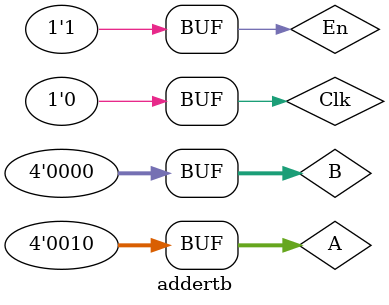
<source format=v>
`timescale 1ns / 1ps


module addertb;

	// Inputs
	reg [3:0] A;
	reg [3:0] B;
	reg Clk;
	reg En;

	// Outputs
	wire [3:0] Sum;
	wire Overflow;

	// Instantiate the Unit Under Test (UUT)
	adder uut (
		.A(A), 
		.B(B), 
		.Clk(Clk), 
		.En(En), 
		.Sum(Sum), 
		.Overflow(Overflow)
	);

	initial begin
		// Initialize Inputs
		A = 0;
		B = 0;
		Clk = 0;
		En = 1;

		// Wait 100 ns for global reset to finish
		#100;
        
		// Add stimulus here
		A = 1;
		B = 3;
		#10;
		A = 2;
		B = 0;
		#10;
	end
      
endmodule


</source>
